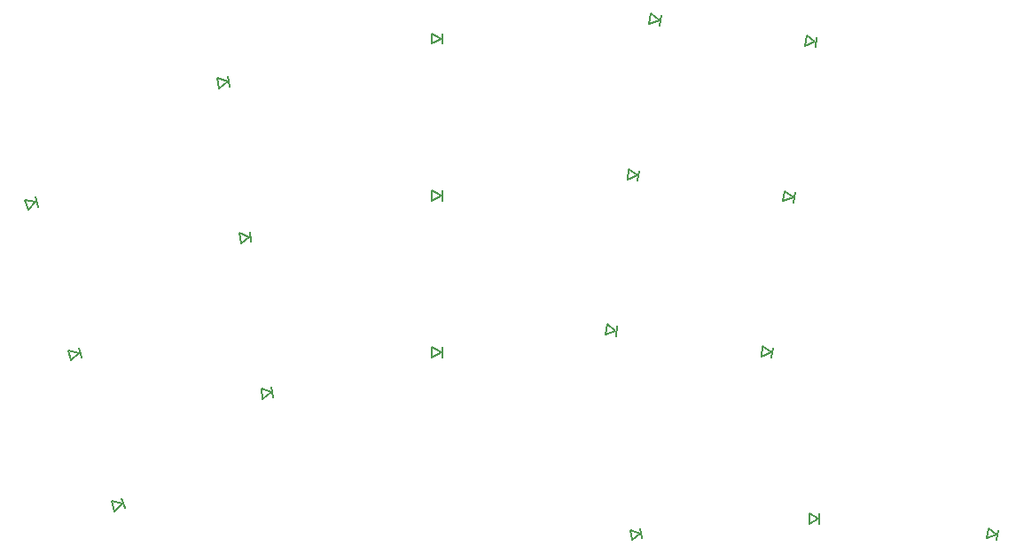
<source format=gbr>
G04 #@! TF.GenerationSoftware,KiCad,Pcbnew,(5.1.9)-1*
G04 #@! TF.CreationDate,2021-03-06T20:59:11-05:00*
G04 #@! TF.ProjectId,ya36,79613336-2e6b-4696-9361-645f70636258,rev?*
G04 #@! TF.SameCoordinates,Original*
G04 #@! TF.FileFunction,Legend,Bot*
G04 #@! TF.FilePolarity,Positive*
%FSLAX46Y46*%
G04 Gerber Fmt 4.6, Leading zero omitted, Abs format (unit mm)*
G04 Created by KiCad (PCBNEW (5.1.9)-1) date 2021-03-06 20:59:11*
%MOMM*%
%LPD*%
G01*
G04 APERTURE LIST*
%ADD10C,0.150000*%
G04 APERTURE END LIST*
D10*
X103206334Y-83085526D02*
X103067160Y-84075794D01*
X103067160Y-84075794D02*
X104027988Y-83705916D01*
X104027988Y-83705916D02*
X103206334Y-83085526D01*
X104196602Y-83224700D02*
X104057428Y-84214968D01*
X120147952Y-70319101D02*
X120008778Y-71309369D01*
X120008778Y-71309369D02*
X120969606Y-70939491D01*
X120969606Y-70939491D02*
X120147952Y-70319101D01*
X121138220Y-70458275D02*
X120999046Y-71448543D01*
X86500000Y-70250000D02*
X86500000Y-71250000D01*
X86500000Y-71250000D02*
X87400000Y-70750000D01*
X87400000Y-70750000D02*
X86500000Y-70250000D01*
X87500000Y-70250000D02*
X87500000Y-71250000D01*
X86500000Y-55250000D02*
X86500000Y-56250000D01*
X86500000Y-56250000D02*
X87400000Y-55750000D01*
X87400000Y-55750000D02*
X86500000Y-55250000D01*
X87500000Y-55250000D02*
X87500000Y-56250000D01*
X55901171Y-100010119D02*
X56176809Y-100971381D01*
X56176809Y-100971381D02*
X56904126Y-100242676D01*
X56904126Y-100242676D02*
X55901171Y-100010119D01*
X56862433Y-99734481D02*
X57138071Y-100695743D01*
X139607668Y-102571664D02*
X139434020Y-103556472D01*
X139434020Y-103556472D02*
X140407171Y-103220351D01*
X140407171Y-103220351D02*
X139607668Y-102571664D01*
X140592476Y-102745312D02*
X140418828Y-103730120D01*
X105293931Y-68231506D02*
X105154757Y-69221774D01*
X105154757Y-69221774D02*
X106115585Y-68851896D01*
X106115585Y-68851896D02*
X105293931Y-68231506D01*
X106284199Y-68370680D02*
X106145025Y-69360948D01*
X68100494Y-74370678D02*
X68239668Y-75360946D01*
X68239668Y-75360946D02*
X69061322Y-74740556D01*
X69061322Y-74740556D02*
X68100494Y-74370678D01*
X69090762Y-74231504D02*
X69229936Y-75221772D01*
X122500000Y-101162426D02*
X122500000Y-102162426D01*
X122500000Y-102162426D02*
X123400000Y-101662426D01*
X123400000Y-101662426D02*
X122500000Y-101162426D01*
X123500000Y-101162426D02*
X123500000Y-102162426D01*
X70188091Y-89224700D02*
X70327265Y-90214968D01*
X70327265Y-90214968D02*
X71148919Y-89594578D01*
X71148919Y-89594578D02*
X70188091Y-89224700D01*
X71178359Y-89085526D02*
X71317533Y-90075794D01*
X105407524Y-102745312D02*
X105581172Y-103730120D01*
X105581172Y-103730120D02*
X106380675Y-103081433D01*
X106380675Y-103081433D02*
X105407524Y-102745312D01*
X106392332Y-102571664D02*
X106565980Y-103556472D01*
X86500000Y-85250000D02*
X86500000Y-86250000D01*
X86500000Y-86250000D02*
X87400000Y-85750000D01*
X87400000Y-85750000D02*
X86500000Y-85250000D01*
X87500000Y-85250000D02*
X87500000Y-86250000D01*
X118060355Y-85173122D02*
X117921181Y-86163390D01*
X117921181Y-86163390D02*
X118882009Y-85793512D01*
X118882009Y-85793512D02*
X118060355Y-85173122D01*
X119050623Y-85312296D02*
X118911449Y-86302564D01*
X122235548Y-55465081D02*
X122096374Y-56455349D01*
X122096374Y-56455349D02*
X123057202Y-56085471D01*
X123057202Y-56085471D02*
X122235548Y-55465081D01*
X123225816Y-55604255D02*
X123086642Y-56594523D01*
X47632050Y-71172268D02*
X47907688Y-72133530D01*
X47907688Y-72133530D02*
X48635005Y-71404825D01*
X48635005Y-71404825D02*
X47632050Y-71172268D01*
X48593312Y-70896630D02*
X48868950Y-71857892D01*
X51766611Y-85591193D02*
X52042249Y-86552455D01*
X52042249Y-86552455D02*
X52769566Y-85823750D01*
X52769566Y-85823750D02*
X51766611Y-85591193D01*
X52727873Y-85315555D02*
X53003511Y-86276817D01*
X66012898Y-59516658D02*
X66152072Y-60506926D01*
X66152072Y-60506926D02*
X66973726Y-59886536D01*
X66973726Y-59886536D02*
X66012898Y-59516658D01*
X67003166Y-59377484D02*
X67142340Y-60367752D01*
X107381527Y-53377484D02*
X107242353Y-54367752D01*
X107242353Y-54367752D02*
X108203181Y-53997874D01*
X108203181Y-53997874D02*
X107381527Y-53377484D01*
X108371795Y-53516658D02*
X108232621Y-54506926D01*
M02*

</source>
